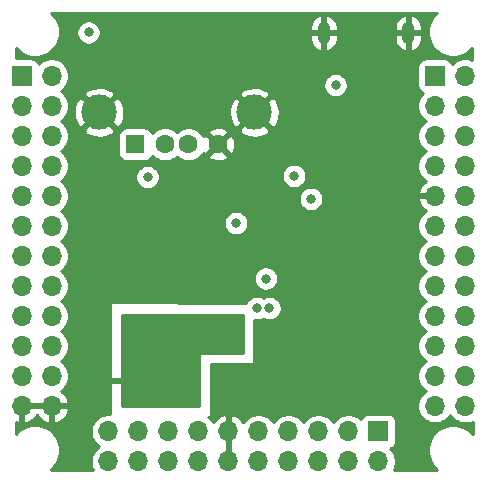
<source format=gbr>
G04 #@! TF.GenerationSoftware,KiCad,Pcbnew,5.1.6*
G04 #@! TF.CreationDate,2020-06-22T00:18:59+03:00*
G04 #@! TF.ProjectId,nanopicore_debug,6e616e6f-7069-4636-9f72-655f64656275,rev?*
G04 #@! TF.SameCoordinates,Original*
G04 #@! TF.FileFunction,Copper,L2,Inr*
G04 #@! TF.FilePolarity,Positive*
%FSLAX46Y46*%
G04 Gerber Fmt 4.6, Leading zero omitted, Abs format (unit mm)*
G04 Created by KiCad (PCBNEW 5.1.6) date 2020-06-22 00:18:59*
%MOMM*%
%LPD*%
G01*
G04 APERTURE LIST*
G04 #@! TA.AperFunction,ViaPad*
%ADD10C,1.600000*%
G04 #@! TD*
G04 #@! TA.AperFunction,ViaPad*
%ADD11R,1.600000X1.600000*%
G04 #@! TD*
G04 #@! TA.AperFunction,ViaPad*
%ADD12C,3.000000*%
G04 #@! TD*
G04 #@! TA.AperFunction,ViaPad*
%ADD13O,1.700000X1.700000*%
G04 #@! TD*
G04 #@! TA.AperFunction,ViaPad*
%ADD14R,1.700000X1.700000*%
G04 #@! TD*
G04 #@! TA.AperFunction,ViaPad*
%ADD15O,1.050000X1.900000*%
G04 #@! TD*
G04 #@! TA.AperFunction,ViaPad*
%ADD16C,0.800000*%
G04 #@! TD*
G04 #@! TA.AperFunction,Conductor*
%ADD17C,0.500000*%
G04 #@! TD*
G04 #@! TA.AperFunction,Conductor*
%ADD18C,0.254000*%
G04 #@! TD*
G04 APERTURE END LIST*
D10*
X86756000Y-54432200D03*
X84256000Y-54432200D03*
X82256000Y-54432200D03*
D11*
X79756000Y-54432200D03*
D12*
X76686000Y-51722200D03*
X89826000Y-51722200D03*
D13*
X72669400Y-76581000D03*
X70129400Y-76581000D03*
X72669400Y-74041000D03*
X70129400Y-74041000D03*
X72669400Y-71501000D03*
X70129400Y-71501000D03*
X72669400Y-68961000D03*
X70129400Y-68961000D03*
X72669400Y-66421000D03*
X70129400Y-66421000D03*
X72669400Y-63881000D03*
X70129400Y-63881000D03*
X72669400Y-61341000D03*
X70129400Y-61341000D03*
X72669400Y-58801000D03*
X70129400Y-58801000D03*
X72669400Y-56261000D03*
X70129400Y-56261000D03*
X72669400Y-53721000D03*
X70129400Y-53721000D03*
X72669400Y-51181000D03*
X70129400Y-51181000D03*
X72669400Y-48641000D03*
D14*
X70129400Y-48641000D03*
D13*
X77470000Y-81280000D03*
X77470000Y-78740000D03*
X80010000Y-81280000D03*
X80010000Y-78740000D03*
X82550000Y-81280000D03*
X82550000Y-78740000D03*
X85090000Y-81280000D03*
X85090000Y-78740000D03*
X87630000Y-81280000D03*
X87630000Y-78740000D03*
X90170000Y-81280000D03*
X90170000Y-78740000D03*
X92710000Y-81280000D03*
X92710000Y-78740000D03*
X95250000Y-81280000D03*
X95250000Y-78740000D03*
X97790000Y-81280000D03*
X97790000Y-78740000D03*
X100330000Y-81280000D03*
D14*
X100330000Y-78740000D03*
D13*
X107670600Y-76581000D03*
X105130600Y-76581000D03*
X107670600Y-74041000D03*
X105130600Y-74041000D03*
X107670600Y-71501000D03*
X105130600Y-71501000D03*
X107670600Y-68961000D03*
X105130600Y-68961000D03*
X107670600Y-66421000D03*
X105130600Y-66421000D03*
X107670600Y-63881000D03*
X105130600Y-63881000D03*
X107670600Y-61341000D03*
X105130600Y-61341000D03*
X107670600Y-58801000D03*
X105130600Y-58801000D03*
X107670600Y-56261000D03*
X105130600Y-56261000D03*
X107670600Y-53721000D03*
X105130600Y-53721000D03*
X107670600Y-51181000D03*
X105130600Y-51181000D03*
X107670600Y-48641000D03*
D14*
X105130600Y-48641000D03*
D15*
X102863600Y-45000400D03*
X95713600Y-45000400D03*
D16*
X100965000Y-49530000D03*
X93980000Y-44577000D03*
X99950000Y-74850000D03*
X96300000Y-68500000D03*
X86700000Y-77100000D03*
X79200000Y-74500000D03*
X76900000Y-74500000D03*
X86000000Y-70200000D03*
X80100000Y-75100000D03*
X79629000Y-50165000D03*
X88773000Y-45720000D03*
X98200000Y-76200000D03*
X99600000Y-76050000D03*
X88900000Y-77100000D03*
X91400000Y-77150000D03*
X100965000Y-56540400D03*
X102819200Y-54737000D03*
X101015800Y-57912000D03*
X102590600Y-52044600D03*
X94716600Y-65709800D03*
X92964000Y-62636400D03*
X92913200Y-55422800D03*
X96723200Y-58191400D03*
X86360000Y-60045600D03*
X85013800Y-58801000D03*
X99822000Y-64008000D03*
X101981000Y-65532000D03*
X75438000Y-65024000D03*
X77216000Y-65024000D03*
X76962000Y-69342000D03*
X75438000Y-70866000D03*
X82804000Y-46736000D03*
X83820000Y-46736000D03*
X95758000Y-67564000D03*
X96520000Y-66802000D03*
X80800000Y-57200000D03*
X88300000Y-61100000D03*
X75800000Y-44950000D03*
X90800000Y-65800000D03*
X96710600Y-49428400D03*
X91101400Y-68300000D03*
X94625000Y-59050000D03*
X90051400Y-68300000D03*
X93200000Y-57100000D03*
D17*
X79200000Y-74500000D02*
X76900000Y-74500000D01*
D18*
G36*
X88873000Y-72123000D02*
G01*
X85250000Y-72123000D01*
X85225224Y-72125440D01*
X85201399Y-72132667D01*
X85179443Y-72144403D01*
X85160197Y-72160197D01*
X85144403Y-72179443D01*
X85132667Y-72201399D01*
X85125440Y-72225224D01*
X85123000Y-72250000D01*
X85123000Y-76623000D01*
X78627000Y-76623000D01*
X78627000Y-68877000D01*
X88873000Y-68877000D01*
X88873000Y-72123000D01*
G37*
X88873000Y-72123000D02*
X85250000Y-72123000D01*
X85225224Y-72125440D01*
X85201399Y-72132667D01*
X85179443Y-72144403D01*
X85160197Y-72160197D01*
X85144403Y-72179443D01*
X85132667Y-72201399D01*
X85125440Y-72225224D01*
X85123000Y-72250000D01*
X85123000Y-76623000D01*
X78627000Y-76623000D01*
X78627000Y-68877000D01*
X88873000Y-68877000D01*
X88873000Y-72123000D01*
G36*
X105260666Y-43281788D02*
G01*
X104996237Y-43546217D01*
X104762588Y-43895898D01*
X104601647Y-44284444D01*
X104519600Y-44696921D01*
X104519600Y-45117479D01*
X104601647Y-45529956D01*
X104762588Y-45918502D01*
X104996237Y-46268183D01*
X105293617Y-46565563D01*
X105643298Y-46799212D01*
X106031844Y-46960153D01*
X106444321Y-47042200D01*
X106864879Y-47042200D01*
X107277356Y-46960153D01*
X107665902Y-46799212D01*
X108015583Y-46565563D01*
X108281582Y-46299564D01*
X108282291Y-47287019D01*
X108103758Y-47213068D01*
X107816860Y-47156000D01*
X107524340Y-47156000D01*
X107237442Y-47213068D01*
X106967189Y-47325010D01*
X106723968Y-47487525D01*
X106592113Y-47619380D01*
X106570102Y-47546820D01*
X106511137Y-47436506D01*
X106431785Y-47339815D01*
X106335094Y-47260463D01*
X106224780Y-47201498D01*
X106105082Y-47165188D01*
X105980600Y-47152928D01*
X104280600Y-47152928D01*
X104156118Y-47165188D01*
X104036420Y-47201498D01*
X103926106Y-47260463D01*
X103829415Y-47339815D01*
X103750063Y-47436506D01*
X103691098Y-47546820D01*
X103654788Y-47666518D01*
X103642528Y-47791000D01*
X103642528Y-49491000D01*
X103654788Y-49615482D01*
X103691098Y-49735180D01*
X103750063Y-49845494D01*
X103829415Y-49942185D01*
X103926106Y-50021537D01*
X104036420Y-50080502D01*
X104108980Y-50102513D01*
X103977125Y-50234368D01*
X103814610Y-50477589D01*
X103702668Y-50747842D01*
X103645600Y-51034740D01*
X103645600Y-51327260D01*
X103702668Y-51614158D01*
X103814610Y-51884411D01*
X103977125Y-52127632D01*
X104183968Y-52334475D01*
X104358360Y-52451000D01*
X104183968Y-52567525D01*
X103977125Y-52774368D01*
X103814610Y-53017589D01*
X103702668Y-53287842D01*
X103645600Y-53574740D01*
X103645600Y-53867260D01*
X103702668Y-54154158D01*
X103814610Y-54424411D01*
X103977125Y-54667632D01*
X104183968Y-54874475D01*
X104358360Y-54991000D01*
X104183968Y-55107525D01*
X103977125Y-55314368D01*
X103814610Y-55557589D01*
X103702668Y-55827842D01*
X103645600Y-56114740D01*
X103645600Y-56407260D01*
X103702668Y-56694158D01*
X103814610Y-56964411D01*
X103977125Y-57207632D01*
X104183968Y-57414475D01*
X104366134Y-57536195D01*
X104249245Y-57605822D01*
X104033012Y-57800731D01*
X103858959Y-58034080D01*
X103733775Y-58296901D01*
X103689124Y-58444110D01*
X103810445Y-58674000D01*
X105003600Y-58674000D01*
X105003600Y-58654000D01*
X105257600Y-58654000D01*
X105257600Y-58674000D01*
X105277600Y-58674000D01*
X105277600Y-58928000D01*
X105257600Y-58928000D01*
X105257600Y-58948000D01*
X105003600Y-58948000D01*
X105003600Y-58928000D01*
X103810445Y-58928000D01*
X103689124Y-59157890D01*
X103733775Y-59305099D01*
X103858959Y-59567920D01*
X104033012Y-59801269D01*
X104249245Y-59996178D01*
X104366134Y-60065805D01*
X104183968Y-60187525D01*
X103977125Y-60394368D01*
X103814610Y-60637589D01*
X103702668Y-60907842D01*
X103645600Y-61194740D01*
X103645600Y-61487260D01*
X103702668Y-61774158D01*
X103814610Y-62044411D01*
X103977125Y-62287632D01*
X104183968Y-62494475D01*
X104358360Y-62611000D01*
X104183968Y-62727525D01*
X103977125Y-62934368D01*
X103814610Y-63177589D01*
X103702668Y-63447842D01*
X103645600Y-63734740D01*
X103645600Y-64027260D01*
X103702668Y-64314158D01*
X103814610Y-64584411D01*
X103977125Y-64827632D01*
X104183968Y-65034475D01*
X104358360Y-65151000D01*
X104183968Y-65267525D01*
X103977125Y-65474368D01*
X103814610Y-65717589D01*
X103702668Y-65987842D01*
X103645600Y-66274740D01*
X103645600Y-66567260D01*
X103702668Y-66854158D01*
X103814610Y-67124411D01*
X103977125Y-67367632D01*
X104183968Y-67574475D01*
X104358360Y-67691000D01*
X104183968Y-67807525D01*
X103977125Y-68014368D01*
X103814610Y-68257589D01*
X103702668Y-68527842D01*
X103645600Y-68814740D01*
X103645600Y-69107260D01*
X103702668Y-69394158D01*
X103814610Y-69664411D01*
X103977125Y-69907632D01*
X104183968Y-70114475D01*
X104358360Y-70231000D01*
X104183968Y-70347525D01*
X103977125Y-70554368D01*
X103814610Y-70797589D01*
X103702668Y-71067842D01*
X103645600Y-71354740D01*
X103645600Y-71647260D01*
X103702668Y-71934158D01*
X103814610Y-72204411D01*
X103977125Y-72447632D01*
X104183968Y-72654475D01*
X104358360Y-72771000D01*
X104183968Y-72887525D01*
X103977125Y-73094368D01*
X103814610Y-73337589D01*
X103702668Y-73607842D01*
X103645600Y-73894740D01*
X103645600Y-74187260D01*
X103702668Y-74474158D01*
X103814610Y-74744411D01*
X103977125Y-74987632D01*
X104183968Y-75194475D01*
X104358360Y-75311000D01*
X104183968Y-75427525D01*
X103977125Y-75634368D01*
X103814610Y-75877589D01*
X103702668Y-76147842D01*
X103645600Y-76434740D01*
X103645600Y-76727260D01*
X103702668Y-77014158D01*
X103814610Y-77284411D01*
X103977125Y-77527632D01*
X104183968Y-77734475D01*
X104427189Y-77896990D01*
X104697442Y-78008932D01*
X104984340Y-78066000D01*
X105276860Y-78066000D01*
X105563758Y-78008932D01*
X105834011Y-77896990D01*
X106077232Y-77734475D01*
X106284075Y-77527632D01*
X106400600Y-77353240D01*
X106517125Y-77527632D01*
X106723968Y-77734475D01*
X106967189Y-77896990D01*
X107237442Y-78008932D01*
X107524340Y-78066000D01*
X107816860Y-78066000D01*
X108103758Y-78008932D01*
X108304302Y-77925864D01*
X108305035Y-78945889D01*
X108015583Y-78656437D01*
X107665902Y-78422788D01*
X107277356Y-78261847D01*
X106864879Y-78179800D01*
X106444321Y-78179800D01*
X106031844Y-78261847D01*
X105643298Y-78422788D01*
X105293617Y-78656437D01*
X104996237Y-78953817D01*
X104762588Y-79303498D01*
X104601647Y-79692044D01*
X104519600Y-80104521D01*
X104519600Y-80525079D01*
X104601647Y-80937556D01*
X104762588Y-81326102D01*
X104996237Y-81675783D01*
X105286654Y-81966200D01*
X101653119Y-81966200D01*
X101757932Y-81713158D01*
X101815000Y-81426260D01*
X101815000Y-81133740D01*
X101757932Y-80846842D01*
X101645990Y-80576589D01*
X101483475Y-80333368D01*
X101351620Y-80201513D01*
X101424180Y-80179502D01*
X101534494Y-80120537D01*
X101631185Y-80041185D01*
X101710537Y-79944494D01*
X101769502Y-79834180D01*
X101805812Y-79714482D01*
X101818072Y-79590000D01*
X101818072Y-77890000D01*
X101805812Y-77765518D01*
X101769502Y-77645820D01*
X101710537Y-77535506D01*
X101631185Y-77438815D01*
X101534494Y-77359463D01*
X101424180Y-77300498D01*
X101304482Y-77264188D01*
X101180000Y-77251928D01*
X99480000Y-77251928D01*
X99355518Y-77264188D01*
X99235820Y-77300498D01*
X99125506Y-77359463D01*
X99028815Y-77438815D01*
X98949463Y-77535506D01*
X98890498Y-77645820D01*
X98868487Y-77718380D01*
X98736632Y-77586525D01*
X98493411Y-77424010D01*
X98223158Y-77312068D01*
X97936260Y-77255000D01*
X97643740Y-77255000D01*
X97356842Y-77312068D01*
X97086589Y-77424010D01*
X96843368Y-77586525D01*
X96636525Y-77793368D01*
X96520000Y-77967760D01*
X96403475Y-77793368D01*
X96196632Y-77586525D01*
X95953411Y-77424010D01*
X95683158Y-77312068D01*
X95396260Y-77255000D01*
X95103740Y-77255000D01*
X94816842Y-77312068D01*
X94546589Y-77424010D01*
X94303368Y-77586525D01*
X94096525Y-77793368D01*
X93980000Y-77967760D01*
X93863475Y-77793368D01*
X93656632Y-77586525D01*
X93413411Y-77424010D01*
X93143158Y-77312068D01*
X92856260Y-77255000D01*
X92563740Y-77255000D01*
X92276842Y-77312068D01*
X92006589Y-77424010D01*
X91763368Y-77586525D01*
X91556525Y-77793368D01*
X91440000Y-77967760D01*
X91323475Y-77793368D01*
X91116632Y-77586525D01*
X90873411Y-77424010D01*
X90603158Y-77312068D01*
X90316260Y-77255000D01*
X90023740Y-77255000D01*
X89736842Y-77312068D01*
X89466589Y-77424010D01*
X89223368Y-77586525D01*
X89016525Y-77793368D01*
X88894805Y-77975534D01*
X88825178Y-77858645D01*
X88630269Y-77642412D01*
X88396920Y-77468359D01*
X88134099Y-77343175D01*
X87986890Y-77298524D01*
X87757000Y-77419845D01*
X87757000Y-78613000D01*
X87777000Y-78613000D01*
X87777000Y-78867000D01*
X87757000Y-78867000D01*
X87757000Y-81153000D01*
X87777000Y-81153000D01*
X87777000Y-81407000D01*
X87757000Y-81407000D01*
X87757000Y-81427000D01*
X87503000Y-81427000D01*
X87503000Y-81407000D01*
X87483000Y-81407000D01*
X87483000Y-81153000D01*
X87503000Y-81153000D01*
X87503000Y-78867000D01*
X87483000Y-78867000D01*
X87483000Y-78613000D01*
X87503000Y-78613000D01*
X87503000Y-77419845D01*
X87273110Y-77298524D01*
X87125901Y-77343175D01*
X86863080Y-77468359D01*
X86629731Y-77642412D01*
X86434822Y-77858645D01*
X86365195Y-77975534D01*
X86243475Y-77793368D01*
X86036632Y-77586525D01*
X85947547Y-77527000D01*
X86000000Y-77527000D01*
X86024776Y-77524560D01*
X86048601Y-77517333D01*
X86070557Y-77505597D01*
X86089803Y-77489803D01*
X86105597Y-77470557D01*
X86117333Y-77448601D01*
X86124560Y-77424776D01*
X86127000Y-77400000D01*
X86127000Y-73027000D01*
X89662000Y-73027000D01*
X89686776Y-73024560D01*
X89710601Y-73017333D01*
X89732557Y-73005597D01*
X89751803Y-72989803D01*
X89767597Y-72970557D01*
X89779333Y-72948601D01*
X89786560Y-72924776D01*
X89789000Y-72900000D01*
X89789000Y-69303083D01*
X89949461Y-69335000D01*
X90153339Y-69335000D01*
X90353298Y-69295226D01*
X90541656Y-69217205D01*
X90576400Y-69193990D01*
X90611144Y-69217205D01*
X90799502Y-69295226D01*
X90999461Y-69335000D01*
X91203339Y-69335000D01*
X91403298Y-69295226D01*
X91591656Y-69217205D01*
X91761174Y-69103937D01*
X91905337Y-68959774D01*
X92018605Y-68790256D01*
X92096626Y-68601898D01*
X92136400Y-68401939D01*
X92136400Y-68198061D01*
X92096626Y-67998102D01*
X92018605Y-67809744D01*
X91905337Y-67640226D01*
X91761174Y-67496063D01*
X91591656Y-67382795D01*
X91403298Y-67304774D01*
X91203339Y-67265000D01*
X90999461Y-67265000D01*
X90799502Y-67304774D01*
X90611144Y-67382795D01*
X90576400Y-67406010D01*
X90541656Y-67382795D01*
X90353298Y-67304774D01*
X90153339Y-67265000D01*
X89949461Y-67265000D01*
X89749502Y-67304774D01*
X89561144Y-67382795D01*
X89391626Y-67496063D01*
X89247463Y-67640226D01*
X89134195Y-67809744D01*
X89109068Y-67870404D01*
X77724596Y-67817001D01*
X77699808Y-67819325D01*
X77675950Y-67826441D01*
X77653939Y-67838074D01*
X77634620Y-67853777D01*
X77618735Y-67872948D01*
X77606897Y-67894849D01*
X77599558Y-67918640D01*
X77597000Y-67944000D01*
X77597000Y-77255000D01*
X77323740Y-77255000D01*
X77036842Y-77312068D01*
X76766589Y-77424010D01*
X76523368Y-77586525D01*
X76316525Y-77793368D01*
X76154010Y-78036589D01*
X76042068Y-78306842D01*
X75985000Y-78593740D01*
X75985000Y-78886260D01*
X76042068Y-79173158D01*
X76154010Y-79443411D01*
X76316525Y-79686632D01*
X76523368Y-79893475D01*
X76697760Y-80010000D01*
X76523368Y-80126525D01*
X76316525Y-80333368D01*
X76154010Y-80576589D01*
X76042068Y-80846842D01*
X75985000Y-81133740D01*
X75985000Y-81426260D01*
X76042068Y-81713158D01*
X76146881Y-81966200D01*
X72614946Y-81966200D01*
X72905363Y-81675783D01*
X73139012Y-81326102D01*
X73299953Y-80937556D01*
X73382000Y-80525079D01*
X73382000Y-80104521D01*
X73299953Y-79692044D01*
X73139012Y-79303498D01*
X72905363Y-78953817D01*
X72607983Y-78656437D01*
X72258302Y-78422788D01*
X71869756Y-78261847D01*
X71457279Y-78179800D01*
X71036721Y-78179800D01*
X70624244Y-78261847D01*
X70235698Y-78422788D01*
X69886017Y-78656437D01*
X69621000Y-78921454D01*
X69621000Y-77968736D01*
X69772509Y-78022481D01*
X70002400Y-77901814D01*
X70002400Y-76708000D01*
X70256400Y-76708000D01*
X70256400Y-77901814D01*
X70486291Y-78022481D01*
X70760652Y-77925157D01*
X71010755Y-77776178D01*
X71226988Y-77581269D01*
X71399400Y-77350120D01*
X71571812Y-77581269D01*
X71788045Y-77776178D01*
X72038148Y-77925157D01*
X72312509Y-78022481D01*
X72542400Y-77901814D01*
X72542400Y-76708000D01*
X72796400Y-76708000D01*
X72796400Y-77901814D01*
X73026291Y-78022481D01*
X73300652Y-77925157D01*
X73550755Y-77776178D01*
X73766988Y-77581269D01*
X73941041Y-77347920D01*
X74066225Y-77085099D01*
X74110876Y-76937890D01*
X73989555Y-76708000D01*
X72796400Y-76708000D01*
X72542400Y-76708000D01*
X70256400Y-76708000D01*
X70002400Y-76708000D01*
X69982400Y-76708000D01*
X69982400Y-76454000D01*
X70002400Y-76454000D01*
X70002400Y-76434000D01*
X70256400Y-76434000D01*
X70256400Y-76454000D01*
X72542400Y-76454000D01*
X72542400Y-76434000D01*
X72796400Y-76434000D01*
X72796400Y-76454000D01*
X73989555Y-76454000D01*
X74110876Y-76224110D01*
X74066225Y-76076901D01*
X73941041Y-75814080D01*
X73766988Y-75580731D01*
X73550755Y-75385822D01*
X73433866Y-75316195D01*
X73616032Y-75194475D01*
X73822875Y-74987632D01*
X73985390Y-74744411D01*
X74097332Y-74474158D01*
X74154400Y-74187260D01*
X74154400Y-73894740D01*
X74097332Y-73607842D01*
X73985390Y-73337589D01*
X73822875Y-73094368D01*
X73616032Y-72887525D01*
X73441640Y-72771000D01*
X73616032Y-72654475D01*
X73822875Y-72447632D01*
X73985390Y-72204411D01*
X74097332Y-71934158D01*
X74154400Y-71647260D01*
X74154400Y-71354740D01*
X74097332Y-71067842D01*
X73985390Y-70797589D01*
X73822875Y-70554368D01*
X73616032Y-70347525D01*
X73441640Y-70231000D01*
X73616032Y-70114475D01*
X73822875Y-69907632D01*
X73985390Y-69664411D01*
X74097332Y-69394158D01*
X74154400Y-69107260D01*
X74154400Y-68814740D01*
X74097332Y-68527842D01*
X73985390Y-68257589D01*
X73822875Y-68014368D01*
X73616032Y-67807525D01*
X73441640Y-67691000D01*
X73616032Y-67574475D01*
X73822875Y-67367632D01*
X73985390Y-67124411D01*
X74097332Y-66854158D01*
X74154400Y-66567260D01*
X74154400Y-66274740D01*
X74097332Y-65987842D01*
X73985390Y-65717589D01*
X73972342Y-65698061D01*
X89765000Y-65698061D01*
X89765000Y-65901939D01*
X89804774Y-66101898D01*
X89882795Y-66290256D01*
X89996063Y-66459774D01*
X90140226Y-66603937D01*
X90309744Y-66717205D01*
X90498102Y-66795226D01*
X90698061Y-66835000D01*
X90901939Y-66835000D01*
X91101898Y-66795226D01*
X91290256Y-66717205D01*
X91459774Y-66603937D01*
X91603937Y-66459774D01*
X91717205Y-66290256D01*
X91795226Y-66101898D01*
X91835000Y-65901939D01*
X91835000Y-65698061D01*
X91795226Y-65498102D01*
X91717205Y-65309744D01*
X91603937Y-65140226D01*
X91459774Y-64996063D01*
X91290256Y-64882795D01*
X91101898Y-64804774D01*
X90901939Y-64765000D01*
X90698061Y-64765000D01*
X90498102Y-64804774D01*
X90309744Y-64882795D01*
X90140226Y-64996063D01*
X89996063Y-65140226D01*
X89882795Y-65309744D01*
X89804774Y-65498102D01*
X89765000Y-65698061D01*
X73972342Y-65698061D01*
X73822875Y-65474368D01*
X73616032Y-65267525D01*
X73441640Y-65151000D01*
X73616032Y-65034475D01*
X73822875Y-64827632D01*
X73985390Y-64584411D01*
X74097332Y-64314158D01*
X74154400Y-64027260D01*
X74154400Y-63734740D01*
X74097332Y-63447842D01*
X73985390Y-63177589D01*
X73822875Y-62934368D01*
X73616032Y-62727525D01*
X73441640Y-62611000D01*
X73616032Y-62494475D01*
X73822875Y-62287632D01*
X73985390Y-62044411D01*
X74097332Y-61774158D01*
X74154400Y-61487260D01*
X74154400Y-61194740D01*
X74115278Y-60998061D01*
X87265000Y-60998061D01*
X87265000Y-61201939D01*
X87304774Y-61401898D01*
X87382795Y-61590256D01*
X87496063Y-61759774D01*
X87640226Y-61903937D01*
X87809744Y-62017205D01*
X87998102Y-62095226D01*
X88198061Y-62135000D01*
X88401939Y-62135000D01*
X88601898Y-62095226D01*
X88790256Y-62017205D01*
X88959774Y-61903937D01*
X89103937Y-61759774D01*
X89217205Y-61590256D01*
X89295226Y-61401898D01*
X89335000Y-61201939D01*
X89335000Y-60998061D01*
X89295226Y-60798102D01*
X89217205Y-60609744D01*
X89103937Y-60440226D01*
X88959774Y-60296063D01*
X88790256Y-60182795D01*
X88601898Y-60104774D01*
X88401939Y-60065000D01*
X88198061Y-60065000D01*
X87998102Y-60104774D01*
X87809744Y-60182795D01*
X87640226Y-60296063D01*
X87496063Y-60440226D01*
X87382795Y-60609744D01*
X87304774Y-60798102D01*
X87265000Y-60998061D01*
X74115278Y-60998061D01*
X74097332Y-60907842D01*
X73985390Y-60637589D01*
X73822875Y-60394368D01*
X73616032Y-60187525D01*
X73441640Y-60071000D01*
X73616032Y-59954475D01*
X73822875Y-59747632D01*
X73985390Y-59504411D01*
X74097332Y-59234158D01*
X74154240Y-58948061D01*
X93590000Y-58948061D01*
X93590000Y-59151939D01*
X93629774Y-59351898D01*
X93707795Y-59540256D01*
X93821063Y-59709774D01*
X93965226Y-59853937D01*
X94134744Y-59967205D01*
X94323102Y-60045226D01*
X94523061Y-60085000D01*
X94726939Y-60085000D01*
X94926898Y-60045226D01*
X95115256Y-59967205D01*
X95284774Y-59853937D01*
X95428937Y-59709774D01*
X95542205Y-59540256D01*
X95620226Y-59351898D01*
X95660000Y-59151939D01*
X95660000Y-58948061D01*
X95620226Y-58748102D01*
X95542205Y-58559744D01*
X95428937Y-58390226D01*
X95284774Y-58246063D01*
X95115256Y-58132795D01*
X94926898Y-58054774D01*
X94726939Y-58015000D01*
X94523061Y-58015000D01*
X94323102Y-58054774D01*
X94134744Y-58132795D01*
X93965226Y-58246063D01*
X93821063Y-58390226D01*
X93707795Y-58559744D01*
X93629774Y-58748102D01*
X93590000Y-58948061D01*
X74154240Y-58948061D01*
X74154400Y-58947260D01*
X74154400Y-58654740D01*
X74097332Y-58367842D01*
X73985390Y-58097589D01*
X73822875Y-57854368D01*
X73616032Y-57647525D01*
X73441640Y-57531000D01*
X73616032Y-57414475D01*
X73822875Y-57207632D01*
X73896087Y-57098061D01*
X79765000Y-57098061D01*
X79765000Y-57301939D01*
X79804774Y-57501898D01*
X79882795Y-57690256D01*
X79996063Y-57859774D01*
X80140226Y-58003937D01*
X80309744Y-58117205D01*
X80498102Y-58195226D01*
X80698061Y-58235000D01*
X80901939Y-58235000D01*
X81101898Y-58195226D01*
X81290256Y-58117205D01*
X81459774Y-58003937D01*
X81603937Y-57859774D01*
X81717205Y-57690256D01*
X81795226Y-57501898D01*
X81835000Y-57301939D01*
X81835000Y-57098061D01*
X81815109Y-56998061D01*
X92165000Y-56998061D01*
X92165000Y-57201939D01*
X92204774Y-57401898D01*
X92282795Y-57590256D01*
X92396063Y-57759774D01*
X92540226Y-57903937D01*
X92709744Y-58017205D01*
X92898102Y-58095226D01*
X93098061Y-58135000D01*
X93301939Y-58135000D01*
X93501898Y-58095226D01*
X93690256Y-58017205D01*
X93859774Y-57903937D01*
X94003937Y-57759774D01*
X94117205Y-57590256D01*
X94195226Y-57401898D01*
X94235000Y-57201939D01*
X94235000Y-56998061D01*
X94195226Y-56798102D01*
X94117205Y-56609744D01*
X94003937Y-56440226D01*
X93859774Y-56296063D01*
X93690256Y-56182795D01*
X93501898Y-56104774D01*
X93301939Y-56065000D01*
X93098061Y-56065000D01*
X92898102Y-56104774D01*
X92709744Y-56182795D01*
X92540226Y-56296063D01*
X92396063Y-56440226D01*
X92282795Y-56609744D01*
X92204774Y-56798102D01*
X92165000Y-56998061D01*
X81815109Y-56998061D01*
X81795226Y-56898102D01*
X81717205Y-56709744D01*
X81603937Y-56540226D01*
X81459774Y-56396063D01*
X81290256Y-56282795D01*
X81101898Y-56204774D01*
X80901939Y-56165000D01*
X80698061Y-56165000D01*
X80498102Y-56204774D01*
X80309744Y-56282795D01*
X80140226Y-56396063D01*
X79996063Y-56540226D01*
X79882795Y-56709744D01*
X79804774Y-56898102D01*
X79765000Y-57098061D01*
X73896087Y-57098061D01*
X73985390Y-56964411D01*
X74097332Y-56694158D01*
X74154400Y-56407260D01*
X74154400Y-56114740D01*
X74097332Y-55827842D01*
X73985390Y-55557589D01*
X73822875Y-55314368D01*
X73616032Y-55107525D01*
X73441640Y-54991000D01*
X73616032Y-54874475D01*
X73822875Y-54667632D01*
X73985390Y-54424411D01*
X74097332Y-54154158D01*
X74154400Y-53867260D01*
X74154400Y-53574740D01*
X74097332Y-53287842D01*
X74066685Y-53213853D01*
X75373952Y-53213853D01*
X75529962Y-53529414D01*
X75904745Y-53720220D01*
X76309551Y-53834244D01*
X76728824Y-53867102D01*
X77146451Y-53817534D01*
X77546383Y-53687443D01*
X77649736Y-53632200D01*
X78317928Y-53632200D01*
X78317928Y-55232200D01*
X78330188Y-55356682D01*
X78366498Y-55476380D01*
X78425463Y-55586694D01*
X78504815Y-55683385D01*
X78601506Y-55762737D01*
X78711820Y-55821702D01*
X78831518Y-55858012D01*
X78956000Y-55870272D01*
X80556000Y-55870272D01*
X80680482Y-55858012D01*
X80800180Y-55821702D01*
X80910494Y-55762737D01*
X81007185Y-55683385D01*
X81086537Y-55586694D01*
X81145502Y-55476380D01*
X81174661Y-55380257D01*
X81341241Y-55546837D01*
X81576273Y-55703880D01*
X81837426Y-55812053D01*
X82114665Y-55867200D01*
X82397335Y-55867200D01*
X82674574Y-55812053D01*
X82935727Y-55703880D01*
X83170759Y-55546837D01*
X83256000Y-55461596D01*
X83341241Y-55546837D01*
X83576273Y-55703880D01*
X83837426Y-55812053D01*
X84114665Y-55867200D01*
X84397335Y-55867200D01*
X84674574Y-55812053D01*
X84935727Y-55703880D01*
X85170759Y-55546837D01*
X85292694Y-55424902D01*
X85942903Y-55424902D01*
X86014486Y-55668871D01*
X86269996Y-55789771D01*
X86544184Y-55858500D01*
X86826512Y-55872417D01*
X87106130Y-55830987D01*
X87372292Y-55735803D01*
X87497514Y-55668871D01*
X87569097Y-55424902D01*
X86756000Y-54611805D01*
X85942903Y-55424902D01*
X85292694Y-55424902D01*
X85370637Y-55346959D01*
X85504692Y-55146331D01*
X85519329Y-55173714D01*
X85763298Y-55245297D01*
X86576395Y-54432200D01*
X86935605Y-54432200D01*
X87748702Y-55245297D01*
X87992671Y-55173714D01*
X88113571Y-54918204D01*
X88182300Y-54644016D01*
X88196217Y-54361688D01*
X88154787Y-54082070D01*
X88059603Y-53815908D01*
X87992671Y-53690686D01*
X87748702Y-53619103D01*
X86935605Y-54432200D01*
X86576395Y-54432200D01*
X85763298Y-53619103D01*
X85519329Y-53690686D01*
X85505676Y-53719541D01*
X85370637Y-53517441D01*
X85292694Y-53439498D01*
X85942903Y-53439498D01*
X86756000Y-54252595D01*
X87569097Y-53439498D01*
X87502891Y-53213853D01*
X88513952Y-53213853D01*
X88669962Y-53529414D01*
X89044745Y-53720220D01*
X89449551Y-53834244D01*
X89868824Y-53867102D01*
X90286451Y-53817534D01*
X90686383Y-53687443D01*
X90982038Y-53529414D01*
X91138048Y-53213853D01*
X89826000Y-51901805D01*
X88513952Y-53213853D01*
X87502891Y-53213853D01*
X87497514Y-53195529D01*
X87242004Y-53074629D01*
X86967816Y-53005900D01*
X86685488Y-52991983D01*
X86405870Y-53033413D01*
X86139708Y-53128597D01*
X86014486Y-53195529D01*
X85942903Y-53439498D01*
X85292694Y-53439498D01*
X85170759Y-53317563D01*
X84935727Y-53160520D01*
X84674574Y-53052347D01*
X84397335Y-52997200D01*
X84114665Y-52997200D01*
X83837426Y-53052347D01*
X83576273Y-53160520D01*
X83341241Y-53317563D01*
X83256000Y-53402804D01*
X83170759Y-53317563D01*
X82935727Y-53160520D01*
X82674574Y-53052347D01*
X82397335Y-52997200D01*
X82114665Y-52997200D01*
X81837426Y-53052347D01*
X81576273Y-53160520D01*
X81341241Y-53317563D01*
X81174661Y-53484143D01*
X81145502Y-53388020D01*
X81086537Y-53277706D01*
X81007185Y-53181015D01*
X80910494Y-53101663D01*
X80800180Y-53042698D01*
X80680482Y-53006388D01*
X80556000Y-52994128D01*
X78956000Y-52994128D01*
X78831518Y-53006388D01*
X78711820Y-53042698D01*
X78601506Y-53101663D01*
X78504815Y-53181015D01*
X78425463Y-53277706D01*
X78366498Y-53388020D01*
X78330188Y-53507718D01*
X78317928Y-53632200D01*
X77649736Y-53632200D01*
X77842038Y-53529414D01*
X77998048Y-53213853D01*
X76686000Y-51901805D01*
X75373952Y-53213853D01*
X74066685Y-53213853D01*
X73985390Y-53017589D01*
X73822875Y-52774368D01*
X73616032Y-52567525D01*
X73441640Y-52451000D01*
X73616032Y-52334475D01*
X73822875Y-52127632D01*
X73985390Y-51884411D01*
X74034841Y-51765024D01*
X74541098Y-51765024D01*
X74590666Y-52182651D01*
X74720757Y-52582583D01*
X74878786Y-52878238D01*
X75194347Y-53034248D01*
X76506395Y-51722200D01*
X76865605Y-51722200D01*
X78177653Y-53034248D01*
X78493214Y-52878238D01*
X78684020Y-52503455D01*
X78798044Y-52098649D01*
X78824189Y-51765024D01*
X87681098Y-51765024D01*
X87730666Y-52182651D01*
X87860757Y-52582583D01*
X88018786Y-52878238D01*
X88334347Y-53034248D01*
X89646395Y-51722200D01*
X90005605Y-51722200D01*
X91317653Y-53034248D01*
X91633214Y-52878238D01*
X91824020Y-52503455D01*
X91938044Y-52098649D01*
X91970902Y-51679376D01*
X91921334Y-51261749D01*
X91791243Y-50861817D01*
X91633214Y-50566162D01*
X91317653Y-50410152D01*
X90005605Y-51722200D01*
X89646395Y-51722200D01*
X88334347Y-50410152D01*
X88018786Y-50566162D01*
X87827980Y-50940945D01*
X87713956Y-51345751D01*
X87681098Y-51765024D01*
X78824189Y-51765024D01*
X78830902Y-51679376D01*
X78781334Y-51261749D01*
X78651243Y-50861817D01*
X78493214Y-50566162D01*
X78177653Y-50410152D01*
X76865605Y-51722200D01*
X76506395Y-51722200D01*
X75194347Y-50410152D01*
X74878786Y-50566162D01*
X74687980Y-50940945D01*
X74573956Y-51345751D01*
X74541098Y-51765024D01*
X74034841Y-51765024D01*
X74097332Y-51614158D01*
X74154400Y-51327260D01*
X74154400Y-51034740D01*
X74097332Y-50747842D01*
X73985390Y-50477589D01*
X73822875Y-50234368D01*
X73819054Y-50230547D01*
X75373952Y-50230547D01*
X76686000Y-51542595D01*
X77998048Y-50230547D01*
X88513952Y-50230547D01*
X89826000Y-51542595D01*
X91138048Y-50230547D01*
X90982038Y-49914986D01*
X90607255Y-49724180D01*
X90202449Y-49610156D01*
X89783176Y-49577298D01*
X89365549Y-49626866D01*
X88965617Y-49756957D01*
X88669962Y-49914986D01*
X88513952Y-50230547D01*
X77998048Y-50230547D01*
X77842038Y-49914986D01*
X77467255Y-49724180D01*
X77062449Y-49610156D01*
X76643176Y-49577298D01*
X76225549Y-49626866D01*
X75825617Y-49756957D01*
X75529962Y-49914986D01*
X75373952Y-50230547D01*
X73819054Y-50230547D01*
X73616032Y-50027525D01*
X73441640Y-49911000D01*
X73616032Y-49794475D01*
X73822875Y-49587632D01*
X73985390Y-49344411D01*
X73992825Y-49326461D01*
X95675600Y-49326461D01*
X95675600Y-49530339D01*
X95715374Y-49730298D01*
X95793395Y-49918656D01*
X95906663Y-50088174D01*
X96050826Y-50232337D01*
X96220344Y-50345605D01*
X96408702Y-50423626D01*
X96608661Y-50463400D01*
X96812539Y-50463400D01*
X97012498Y-50423626D01*
X97200856Y-50345605D01*
X97370374Y-50232337D01*
X97514537Y-50088174D01*
X97627805Y-49918656D01*
X97705826Y-49730298D01*
X97745600Y-49530339D01*
X97745600Y-49326461D01*
X97705826Y-49126502D01*
X97627805Y-48938144D01*
X97514537Y-48768626D01*
X97370374Y-48624463D01*
X97200856Y-48511195D01*
X97012498Y-48433174D01*
X96812539Y-48393400D01*
X96608661Y-48393400D01*
X96408702Y-48433174D01*
X96220344Y-48511195D01*
X96050826Y-48624463D01*
X95906663Y-48768626D01*
X95793395Y-48938144D01*
X95715374Y-49126502D01*
X95675600Y-49326461D01*
X73992825Y-49326461D01*
X74097332Y-49074158D01*
X74154400Y-48787260D01*
X74154400Y-48494740D01*
X74097332Y-48207842D01*
X73985390Y-47937589D01*
X73822875Y-47694368D01*
X73616032Y-47487525D01*
X73372811Y-47325010D01*
X73102558Y-47213068D01*
X72815660Y-47156000D01*
X72523140Y-47156000D01*
X72236242Y-47213068D01*
X71965989Y-47325010D01*
X71722768Y-47487525D01*
X71590913Y-47619380D01*
X71568902Y-47546820D01*
X71509937Y-47436506D01*
X71430585Y-47339815D01*
X71333894Y-47260463D01*
X71223580Y-47201498D01*
X71103882Y-47165188D01*
X70979400Y-47152928D01*
X69621000Y-47152928D01*
X69621000Y-46300546D01*
X69886017Y-46565563D01*
X70235698Y-46799212D01*
X70624244Y-46960153D01*
X71036721Y-47042200D01*
X71457279Y-47042200D01*
X71869756Y-46960153D01*
X72258302Y-46799212D01*
X72607983Y-46565563D01*
X72905363Y-46268183D01*
X73139012Y-45918502D01*
X73299953Y-45529956D01*
X73382000Y-45117479D01*
X73382000Y-44848061D01*
X74765000Y-44848061D01*
X74765000Y-45051939D01*
X74804774Y-45251898D01*
X74882795Y-45440256D01*
X74996063Y-45609774D01*
X75140226Y-45753937D01*
X75309744Y-45867205D01*
X75498102Y-45945226D01*
X75698061Y-45985000D01*
X75901939Y-45985000D01*
X76101898Y-45945226D01*
X76290256Y-45867205D01*
X76459774Y-45753937D01*
X76603937Y-45609774D01*
X76717205Y-45440256D01*
X76795226Y-45251898D01*
X76819989Y-45127400D01*
X94553600Y-45127400D01*
X94553600Y-45552400D01*
X94600666Y-45776265D01*
X94690501Y-45986646D01*
X94819653Y-46175459D01*
X94983159Y-46335447D01*
X95174736Y-46460463D01*
X95407790Y-46544364D01*
X95586600Y-46418563D01*
X95586600Y-45127400D01*
X95840600Y-45127400D01*
X95840600Y-46418563D01*
X96019410Y-46544364D01*
X96252464Y-46460463D01*
X96444041Y-46335447D01*
X96607547Y-46175459D01*
X96736699Y-45986646D01*
X96826534Y-45776265D01*
X96873600Y-45552400D01*
X96873600Y-45127400D01*
X101703600Y-45127400D01*
X101703600Y-45552400D01*
X101750666Y-45776265D01*
X101840501Y-45986646D01*
X101969653Y-46175459D01*
X102133159Y-46335447D01*
X102324736Y-46460463D01*
X102557790Y-46544364D01*
X102736600Y-46418563D01*
X102736600Y-45127400D01*
X102990600Y-45127400D01*
X102990600Y-46418563D01*
X103169410Y-46544364D01*
X103402464Y-46460463D01*
X103594041Y-46335447D01*
X103757547Y-46175459D01*
X103886699Y-45986646D01*
X103976534Y-45776265D01*
X104023600Y-45552400D01*
X104023600Y-45127400D01*
X102990600Y-45127400D01*
X102736600Y-45127400D01*
X101703600Y-45127400D01*
X96873600Y-45127400D01*
X95840600Y-45127400D01*
X95586600Y-45127400D01*
X94553600Y-45127400D01*
X76819989Y-45127400D01*
X76835000Y-45051939D01*
X76835000Y-44848061D01*
X76795226Y-44648102D01*
X76717205Y-44459744D01*
X76709626Y-44448400D01*
X94553600Y-44448400D01*
X94553600Y-44873400D01*
X95586600Y-44873400D01*
X95586600Y-43582237D01*
X95840600Y-43582237D01*
X95840600Y-44873400D01*
X96873600Y-44873400D01*
X96873600Y-44448400D01*
X101703600Y-44448400D01*
X101703600Y-44873400D01*
X102736600Y-44873400D01*
X102736600Y-43582237D01*
X102990600Y-43582237D01*
X102990600Y-44873400D01*
X104023600Y-44873400D01*
X104023600Y-44448400D01*
X103976534Y-44224535D01*
X103886699Y-44014154D01*
X103757547Y-43825341D01*
X103594041Y-43665353D01*
X103402464Y-43540337D01*
X103169410Y-43456436D01*
X102990600Y-43582237D01*
X102736600Y-43582237D01*
X102557790Y-43456436D01*
X102324736Y-43540337D01*
X102133159Y-43665353D01*
X101969653Y-43825341D01*
X101840501Y-44014154D01*
X101750666Y-44224535D01*
X101703600Y-44448400D01*
X96873600Y-44448400D01*
X96826534Y-44224535D01*
X96736699Y-44014154D01*
X96607547Y-43825341D01*
X96444041Y-43665353D01*
X96252464Y-43540337D01*
X96019410Y-43456436D01*
X95840600Y-43582237D01*
X95586600Y-43582237D01*
X95407790Y-43456436D01*
X95174736Y-43540337D01*
X94983159Y-43665353D01*
X94819653Y-43825341D01*
X94690501Y-44014154D01*
X94600666Y-44224535D01*
X94553600Y-44448400D01*
X76709626Y-44448400D01*
X76603937Y-44290226D01*
X76459774Y-44146063D01*
X76290256Y-44032795D01*
X76101898Y-43954774D01*
X75901939Y-43915000D01*
X75698061Y-43915000D01*
X75498102Y-43954774D01*
X75309744Y-44032795D01*
X75140226Y-44146063D01*
X74996063Y-44290226D01*
X74882795Y-44459744D01*
X74804774Y-44648102D01*
X74765000Y-44848061D01*
X73382000Y-44848061D01*
X73382000Y-44696921D01*
X73299953Y-44284444D01*
X73139012Y-43895898D01*
X72905363Y-43546217D01*
X72640374Y-43281228D01*
X105260666Y-43281788D01*
G37*
X105260666Y-43281788D02*
X104996237Y-43546217D01*
X104762588Y-43895898D01*
X104601647Y-44284444D01*
X104519600Y-44696921D01*
X104519600Y-45117479D01*
X104601647Y-45529956D01*
X104762588Y-45918502D01*
X104996237Y-46268183D01*
X105293617Y-46565563D01*
X105643298Y-46799212D01*
X106031844Y-46960153D01*
X106444321Y-47042200D01*
X106864879Y-47042200D01*
X107277356Y-46960153D01*
X107665902Y-46799212D01*
X108015583Y-46565563D01*
X108281582Y-46299564D01*
X108282291Y-47287019D01*
X108103758Y-47213068D01*
X107816860Y-47156000D01*
X107524340Y-47156000D01*
X107237442Y-47213068D01*
X106967189Y-47325010D01*
X106723968Y-47487525D01*
X106592113Y-47619380D01*
X106570102Y-47546820D01*
X106511137Y-47436506D01*
X106431785Y-47339815D01*
X106335094Y-47260463D01*
X106224780Y-47201498D01*
X106105082Y-47165188D01*
X105980600Y-47152928D01*
X104280600Y-47152928D01*
X104156118Y-47165188D01*
X104036420Y-47201498D01*
X103926106Y-47260463D01*
X103829415Y-47339815D01*
X103750063Y-47436506D01*
X103691098Y-47546820D01*
X103654788Y-47666518D01*
X103642528Y-47791000D01*
X103642528Y-49491000D01*
X103654788Y-49615482D01*
X103691098Y-49735180D01*
X103750063Y-49845494D01*
X103829415Y-49942185D01*
X103926106Y-50021537D01*
X104036420Y-50080502D01*
X104108980Y-50102513D01*
X103977125Y-50234368D01*
X103814610Y-50477589D01*
X103702668Y-50747842D01*
X103645600Y-51034740D01*
X103645600Y-51327260D01*
X103702668Y-51614158D01*
X103814610Y-51884411D01*
X103977125Y-52127632D01*
X104183968Y-52334475D01*
X104358360Y-52451000D01*
X104183968Y-52567525D01*
X103977125Y-52774368D01*
X103814610Y-53017589D01*
X103702668Y-53287842D01*
X103645600Y-53574740D01*
X103645600Y-53867260D01*
X103702668Y-54154158D01*
X103814610Y-54424411D01*
X103977125Y-54667632D01*
X104183968Y-54874475D01*
X104358360Y-54991000D01*
X104183968Y-55107525D01*
X103977125Y-55314368D01*
X103814610Y-55557589D01*
X103702668Y-55827842D01*
X103645600Y-56114740D01*
X103645600Y-56407260D01*
X103702668Y-56694158D01*
X103814610Y-56964411D01*
X103977125Y-57207632D01*
X104183968Y-57414475D01*
X104366134Y-57536195D01*
X104249245Y-57605822D01*
X104033012Y-57800731D01*
X103858959Y-58034080D01*
X103733775Y-58296901D01*
X103689124Y-58444110D01*
X103810445Y-58674000D01*
X105003600Y-58674000D01*
X105003600Y-58654000D01*
X105257600Y-58654000D01*
X105257600Y-58674000D01*
X105277600Y-58674000D01*
X105277600Y-58928000D01*
X105257600Y-58928000D01*
X105257600Y-58948000D01*
X105003600Y-58948000D01*
X105003600Y-58928000D01*
X103810445Y-58928000D01*
X103689124Y-59157890D01*
X103733775Y-59305099D01*
X103858959Y-59567920D01*
X104033012Y-59801269D01*
X104249245Y-59996178D01*
X104366134Y-60065805D01*
X104183968Y-60187525D01*
X103977125Y-60394368D01*
X103814610Y-60637589D01*
X103702668Y-60907842D01*
X103645600Y-61194740D01*
X103645600Y-61487260D01*
X103702668Y-61774158D01*
X103814610Y-62044411D01*
X103977125Y-62287632D01*
X104183968Y-62494475D01*
X104358360Y-62611000D01*
X104183968Y-62727525D01*
X103977125Y-62934368D01*
X103814610Y-63177589D01*
X103702668Y-63447842D01*
X103645600Y-63734740D01*
X103645600Y-64027260D01*
X103702668Y-64314158D01*
X103814610Y-64584411D01*
X103977125Y-64827632D01*
X104183968Y-65034475D01*
X104358360Y-65151000D01*
X104183968Y-65267525D01*
X103977125Y-65474368D01*
X103814610Y-65717589D01*
X103702668Y-65987842D01*
X103645600Y-66274740D01*
X103645600Y-66567260D01*
X103702668Y-66854158D01*
X103814610Y-67124411D01*
X103977125Y-67367632D01*
X104183968Y-67574475D01*
X104358360Y-67691000D01*
X104183968Y-67807525D01*
X103977125Y-68014368D01*
X103814610Y-68257589D01*
X103702668Y-68527842D01*
X103645600Y-68814740D01*
X103645600Y-69107260D01*
X103702668Y-69394158D01*
X103814610Y-69664411D01*
X103977125Y-69907632D01*
X104183968Y-70114475D01*
X104358360Y-70231000D01*
X104183968Y-70347525D01*
X103977125Y-70554368D01*
X103814610Y-70797589D01*
X103702668Y-71067842D01*
X103645600Y-71354740D01*
X103645600Y-71647260D01*
X103702668Y-71934158D01*
X103814610Y-72204411D01*
X103977125Y-72447632D01*
X104183968Y-72654475D01*
X104358360Y-72771000D01*
X104183968Y-72887525D01*
X103977125Y-73094368D01*
X103814610Y-73337589D01*
X103702668Y-73607842D01*
X103645600Y-73894740D01*
X103645600Y-74187260D01*
X103702668Y-74474158D01*
X103814610Y-74744411D01*
X103977125Y-74987632D01*
X104183968Y-75194475D01*
X104358360Y-75311000D01*
X104183968Y-75427525D01*
X103977125Y-75634368D01*
X103814610Y-75877589D01*
X103702668Y-76147842D01*
X103645600Y-76434740D01*
X103645600Y-76727260D01*
X103702668Y-77014158D01*
X103814610Y-77284411D01*
X103977125Y-77527632D01*
X104183968Y-77734475D01*
X104427189Y-77896990D01*
X104697442Y-78008932D01*
X104984340Y-78066000D01*
X105276860Y-78066000D01*
X105563758Y-78008932D01*
X105834011Y-77896990D01*
X106077232Y-77734475D01*
X106284075Y-77527632D01*
X106400600Y-77353240D01*
X106517125Y-77527632D01*
X106723968Y-77734475D01*
X106967189Y-77896990D01*
X107237442Y-78008932D01*
X107524340Y-78066000D01*
X107816860Y-78066000D01*
X108103758Y-78008932D01*
X108304302Y-77925864D01*
X108305035Y-78945889D01*
X108015583Y-78656437D01*
X107665902Y-78422788D01*
X107277356Y-78261847D01*
X106864879Y-78179800D01*
X106444321Y-78179800D01*
X106031844Y-78261847D01*
X105643298Y-78422788D01*
X105293617Y-78656437D01*
X104996237Y-78953817D01*
X104762588Y-79303498D01*
X104601647Y-79692044D01*
X104519600Y-80104521D01*
X104519600Y-80525079D01*
X104601647Y-80937556D01*
X104762588Y-81326102D01*
X104996237Y-81675783D01*
X105286654Y-81966200D01*
X101653119Y-81966200D01*
X101757932Y-81713158D01*
X101815000Y-81426260D01*
X101815000Y-81133740D01*
X101757932Y-80846842D01*
X101645990Y-80576589D01*
X101483475Y-80333368D01*
X101351620Y-80201513D01*
X101424180Y-80179502D01*
X101534494Y-80120537D01*
X101631185Y-80041185D01*
X101710537Y-79944494D01*
X101769502Y-79834180D01*
X101805812Y-79714482D01*
X101818072Y-79590000D01*
X101818072Y-77890000D01*
X101805812Y-77765518D01*
X101769502Y-77645820D01*
X101710537Y-77535506D01*
X101631185Y-77438815D01*
X101534494Y-77359463D01*
X101424180Y-77300498D01*
X101304482Y-77264188D01*
X101180000Y-77251928D01*
X99480000Y-77251928D01*
X99355518Y-77264188D01*
X99235820Y-77300498D01*
X99125506Y-77359463D01*
X99028815Y-77438815D01*
X98949463Y-77535506D01*
X98890498Y-77645820D01*
X98868487Y-77718380D01*
X98736632Y-77586525D01*
X98493411Y-77424010D01*
X98223158Y-77312068D01*
X97936260Y-77255000D01*
X97643740Y-77255000D01*
X97356842Y-77312068D01*
X97086589Y-77424010D01*
X96843368Y-77586525D01*
X96636525Y-77793368D01*
X96520000Y-77967760D01*
X96403475Y-77793368D01*
X96196632Y-77586525D01*
X95953411Y-77424010D01*
X95683158Y-77312068D01*
X95396260Y-77255000D01*
X95103740Y-77255000D01*
X94816842Y-77312068D01*
X94546589Y-77424010D01*
X94303368Y-77586525D01*
X94096525Y-77793368D01*
X93980000Y-77967760D01*
X93863475Y-77793368D01*
X93656632Y-77586525D01*
X93413411Y-77424010D01*
X93143158Y-77312068D01*
X92856260Y-77255000D01*
X92563740Y-77255000D01*
X92276842Y-77312068D01*
X92006589Y-77424010D01*
X91763368Y-77586525D01*
X91556525Y-77793368D01*
X91440000Y-77967760D01*
X91323475Y-77793368D01*
X91116632Y-77586525D01*
X90873411Y-77424010D01*
X90603158Y-77312068D01*
X90316260Y-77255000D01*
X90023740Y-77255000D01*
X89736842Y-77312068D01*
X89466589Y-77424010D01*
X89223368Y-77586525D01*
X89016525Y-77793368D01*
X88894805Y-77975534D01*
X88825178Y-77858645D01*
X88630269Y-77642412D01*
X88396920Y-77468359D01*
X88134099Y-77343175D01*
X87986890Y-77298524D01*
X87757000Y-77419845D01*
X87757000Y-78613000D01*
X87777000Y-78613000D01*
X87777000Y-78867000D01*
X87757000Y-78867000D01*
X87757000Y-81153000D01*
X87777000Y-81153000D01*
X87777000Y-81407000D01*
X87757000Y-81407000D01*
X87757000Y-81427000D01*
X87503000Y-81427000D01*
X87503000Y-81407000D01*
X87483000Y-81407000D01*
X87483000Y-81153000D01*
X87503000Y-81153000D01*
X87503000Y-78867000D01*
X87483000Y-78867000D01*
X87483000Y-78613000D01*
X87503000Y-78613000D01*
X87503000Y-77419845D01*
X87273110Y-77298524D01*
X87125901Y-77343175D01*
X86863080Y-77468359D01*
X86629731Y-77642412D01*
X86434822Y-77858645D01*
X86365195Y-77975534D01*
X86243475Y-77793368D01*
X86036632Y-77586525D01*
X85947547Y-77527000D01*
X86000000Y-77527000D01*
X86024776Y-77524560D01*
X86048601Y-77517333D01*
X86070557Y-77505597D01*
X86089803Y-77489803D01*
X86105597Y-77470557D01*
X86117333Y-77448601D01*
X86124560Y-77424776D01*
X86127000Y-77400000D01*
X86127000Y-73027000D01*
X89662000Y-73027000D01*
X89686776Y-73024560D01*
X89710601Y-73017333D01*
X89732557Y-73005597D01*
X89751803Y-72989803D01*
X89767597Y-72970557D01*
X89779333Y-72948601D01*
X89786560Y-72924776D01*
X89789000Y-72900000D01*
X89789000Y-69303083D01*
X89949461Y-69335000D01*
X90153339Y-69335000D01*
X90353298Y-69295226D01*
X90541656Y-69217205D01*
X90576400Y-69193990D01*
X90611144Y-69217205D01*
X90799502Y-69295226D01*
X90999461Y-69335000D01*
X91203339Y-69335000D01*
X91403298Y-69295226D01*
X91591656Y-69217205D01*
X91761174Y-69103937D01*
X91905337Y-68959774D01*
X92018605Y-68790256D01*
X92096626Y-68601898D01*
X92136400Y-68401939D01*
X92136400Y-68198061D01*
X92096626Y-67998102D01*
X92018605Y-67809744D01*
X91905337Y-67640226D01*
X91761174Y-67496063D01*
X91591656Y-67382795D01*
X91403298Y-67304774D01*
X91203339Y-67265000D01*
X90999461Y-67265000D01*
X90799502Y-67304774D01*
X90611144Y-67382795D01*
X90576400Y-67406010D01*
X90541656Y-67382795D01*
X90353298Y-67304774D01*
X90153339Y-67265000D01*
X89949461Y-67265000D01*
X89749502Y-67304774D01*
X89561144Y-67382795D01*
X89391626Y-67496063D01*
X89247463Y-67640226D01*
X89134195Y-67809744D01*
X89109068Y-67870404D01*
X77724596Y-67817001D01*
X77699808Y-67819325D01*
X77675950Y-67826441D01*
X77653939Y-67838074D01*
X77634620Y-67853777D01*
X77618735Y-67872948D01*
X77606897Y-67894849D01*
X77599558Y-67918640D01*
X77597000Y-67944000D01*
X77597000Y-77255000D01*
X77323740Y-77255000D01*
X77036842Y-77312068D01*
X76766589Y-77424010D01*
X76523368Y-77586525D01*
X76316525Y-77793368D01*
X76154010Y-78036589D01*
X76042068Y-78306842D01*
X75985000Y-78593740D01*
X75985000Y-78886260D01*
X76042068Y-79173158D01*
X76154010Y-79443411D01*
X76316525Y-79686632D01*
X76523368Y-79893475D01*
X76697760Y-80010000D01*
X76523368Y-80126525D01*
X76316525Y-80333368D01*
X76154010Y-80576589D01*
X76042068Y-80846842D01*
X75985000Y-81133740D01*
X75985000Y-81426260D01*
X76042068Y-81713158D01*
X76146881Y-81966200D01*
X72614946Y-81966200D01*
X72905363Y-81675783D01*
X73139012Y-81326102D01*
X73299953Y-80937556D01*
X73382000Y-80525079D01*
X73382000Y-80104521D01*
X73299953Y-79692044D01*
X73139012Y-79303498D01*
X72905363Y-78953817D01*
X72607983Y-78656437D01*
X72258302Y-78422788D01*
X71869756Y-78261847D01*
X71457279Y-78179800D01*
X71036721Y-78179800D01*
X70624244Y-78261847D01*
X70235698Y-78422788D01*
X69886017Y-78656437D01*
X69621000Y-78921454D01*
X69621000Y-77968736D01*
X69772509Y-78022481D01*
X70002400Y-77901814D01*
X70002400Y-76708000D01*
X70256400Y-76708000D01*
X70256400Y-77901814D01*
X70486291Y-78022481D01*
X70760652Y-77925157D01*
X71010755Y-77776178D01*
X71226988Y-77581269D01*
X71399400Y-77350120D01*
X71571812Y-77581269D01*
X71788045Y-77776178D01*
X72038148Y-77925157D01*
X72312509Y-78022481D01*
X72542400Y-77901814D01*
X72542400Y-76708000D01*
X72796400Y-76708000D01*
X72796400Y-77901814D01*
X73026291Y-78022481D01*
X73300652Y-77925157D01*
X73550755Y-77776178D01*
X73766988Y-77581269D01*
X73941041Y-77347920D01*
X74066225Y-77085099D01*
X74110876Y-76937890D01*
X73989555Y-76708000D01*
X72796400Y-76708000D01*
X72542400Y-76708000D01*
X70256400Y-76708000D01*
X70002400Y-76708000D01*
X69982400Y-76708000D01*
X69982400Y-76454000D01*
X70002400Y-76454000D01*
X70002400Y-76434000D01*
X70256400Y-76434000D01*
X70256400Y-76454000D01*
X72542400Y-76454000D01*
X72542400Y-76434000D01*
X72796400Y-76434000D01*
X72796400Y-76454000D01*
X73989555Y-76454000D01*
X74110876Y-76224110D01*
X74066225Y-76076901D01*
X73941041Y-75814080D01*
X73766988Y-75580731D01*
X73550755Y-75385822D01*
X73433866Y-75316195D01*
X73616032Y-75194475D01*
X73822875Y-74987632D01*
X73985390Y-74744411D01*
X74097332Y-74474158D01*
X74154400Y-74187260D01*
X74154400Y-73894740D01*
X74097332Y-73607842D01*
X73985390Y-73337589D01*
X73822875Y-73094368D01*
X73616032Y-72887525D01*
X73441640Y-72771000D01*
X73616032Y-72654475D01*
X73822875Y-72447632D01*
X73985390Y-72204411D01*
X74097332Y-71934158D01*
X74154400Y-71647260D01*
X74154400Y-71354740D01*
X74097332Y-71067842D01*
X73985390Y-70797589D01*
X73822875Y-70554368D01*
X73616032Y-70347525D01*
X73441640Y-70231000D01*
X73616032Y-70114475D01*
X73822875Y-69907632D01*
X73985390Y-69664411D01*
X74097332Y-69394158D01*
X74154400Y-69107260D01*
X74154400Y-68814740D01*
X74097332Y-68527842D01*
X73985390Y-68257589D01*
X73822875Y-68014368D01*
X73616032Y-67807525D01*
X73441640Y-67691000D01*
X73616032Y-67574475D01*
X73822875Y-67367632D01*
X73985390Y-67124411D01*
X74097332Y-66854158D01*
X74154400Y-66567260D01*
X74154400Y-66274740D01*
X74097332Y-65987842D01*
X73985390Y-65717589D01*
X73972342Y-65698061D01*
X89765000Y-65698061D01*
X89765000Y-65901939D01*
X89804774Y-66101898D01*
X89882795Y-66290256D01*
X89996063Y-66459774D01*
X90140226Y-66603937D01*
X90309744Y-66717205D01*
X90498102Y-66795226D01*
X90698061Y-66835000D01*
X90901939Y-66835000D01*
X91101898Y-66795226D01*
X91290256Y-66717205D01*
X91459774Y-66603937D01*
X91603937Y-66459774D01*
X91717205Y-66290256D01*
X91795226Y-66101898D01*
X91835000Y-65901939D01*
X91835000Y-65698061D01*
X91795226Y-65498102D01*
X91717205Y-65309744D01*
X91603937Y-65140226D01*
X91459774Y-64996063D01*
X91290256Y-64882795D01*
X91101898Y-64804774D01*
X90901939Y-64765000D01*
X90698061Y-64765000D01*
X90498102Y-64804774D01*
X90309744Y-64882795D01*
X90140226Y-64996063D01*
X89996063Y-65140226D01*
X89882795Y-65309744D01*
X89804774Y-65498102D01*
X89765000Y-65698061D01*
X73972342Y-65698061D01*
X73822875Y-65474368D01*
X73616032Y-65267525D01*
X73441640Y-65151000D01*
X73616032Y-65034475D01*
X73822875Y-64827632D01*
X73985390Y-64584411D01*
X74097332Y-64314158D01*
X74154400Y-64027260D01*
X74154400Y-63734740D01*
X74097332Y-63447842D01*
X73985390Y-63177589D01*
X73822875Y-62934368D01*
X73616032Y-62727525D01*
X73441640Y-62611000D01*
X73616032Y-62494475D01*
X73822875Y-62287632D01*
X73985390Y-62044411D01*
X74097332Y-61774158D01*
X74154400Y-61487260D01*
X74154400Y-61194740D01*
X74115278Y-60998061D01*
X87265000Y-60998061D01*
X87265000Y-61201939D01*
X87304774Y-61401898D01*
X87382795Y-61590256D01*
X87496063Y-61759774D01*
X87640226Y-61903937D01*
X87809744Y-62017205D01*
X87998102Y-62095226D01*
X88198061Y-62135000D01*
X88401939Y-62135000D01*
X88601898Y-62095226D01*
X88790256Y-62017205D01*
X88959774Y-61903937D01*
X89103937Y-61759774D01*
X89217205Y-61590256D01*
X89295226Y-61401898D01*
X89335000Y-61201939D01*
X89335000Y-60998061D01*
X89295226Y-60798102D01*
X89217205Y-60609744D01*
X89103937Y-60440226D01*
X88959774Y-60296063D01*
X88790256Y-60182795D01*
X88601898Y-60104774D01*
X88401939Y-60065000D01*
X88198061Y-60065000D01*
X87998102Y-60104774D01*
X87809744Y-60182795D01*
X87640226Y-60296063D01*
X87496063Y-60440226D01*
X87382795Y-60609744D01*
X87304774Y-60798102D01*
X87265000Y-60998061D01*
X74115278Y-60998061D01*
X74097332Y-60907842D01*
X73985390Y-60637589D01*
X73822875Y-60394368D01*
X73616032Y-60187525D01*
X73441640Y-60071000D01*
X73616032Y-59954475D01*
X73822875Y-59747632D01*
X73985390Y-59504411D01*
X74097332Y-59234158D01*
X74154240Y-58948061D01*
X93590000Y-58948061D01*
X93590000Y-59151939D01*
X93629774Y-59351898D01*
X93707795Y-59540256D01*
X93821063Y-59709774D01*
X93965226Y-59853937D01*
X94134744Y-59967205D01*
X94323102Y-60045226D01*
X94523061Y-60085000D01*
X94726939Y-60085000D01*
X94926898Y-60045226D01*
X95115256Y-59967205D01*
X95284774Y-59853937D01*
X95428937Y-59709774D01*
X95542205Y-59540256D01*
X95620226Y-59351898D01*
X95660000Y-59151939D01*
X95660000Y-58948061D01*
X95620226Y-58748102D01*
X95542205Y-58559744D01*
X95428937Y-58390226D01*
X95284774Y-58246063D01*
X95115256Y-58132795D01*
X94926898Y-58054774D01*
X94726939Y-58015000D01*
X94523061Y-58015000D01*
X94323102Y-58054774D01*
X94134744Y-58132795D01*
X93965226Y-58246063D01*
X93821063Y-58390226D01*
X93707795Y-58559744D01*
X93629774Y-58748102D01*
X93590000Y-58948061D01*
X74154240Y-58948061D01*
X74154400Y-58947260D01*
X74154400Y-58654740D01*
X74097332Y-58367842D01*
X73985390Y-58097589D01*
X73822875Y-57854368D01*
X73616032Y-57647525D01*
X73441640Y-57531000D01*
X73616032Y-57414475D01*
X73822875Y-57207632D01*
X73896087Y-57098061D01*
X79765000Y-57098061D01*
X79765000Y-57301939D01*
X79804774Y-57501898D01*
X79882795Y-57690256D01*
X79996063Y-57859774D01*
X80140226Y-58003937D01*
X80309744Y-58117205D01*
X80498102Y-58195226D01*
X80698061Y-58235000D01*
X80901939Y-58235000D01*
X81101898Y-58195226D01*
X81290256Y-58117205D01*
X81459774Y-58003937D01*
X81603937Y-57859774D01*
X81717205Y-57690256D01*
X81795226Y-57501898D01*
X81835000Y-57301939D01*
X81835000Y-57098061D01*
X81815109Y-56998061D01*
X92165000Y-56998061D01*
X92165000Y-57201939D01*
X92204774Y-57401898D01*
X92282795Y-57590256D01*
X92396063Y-57759774D01*
X92540226Y-57903937D01*
X92709744Y-58017205D01*
X92898102Y-58095226D01*
X93098061Y-58135000D01*
X93301939Y-58135000D01*
X93501898Y-58095226D01*
X93690256Y-58017205D01*
X93859774Y-57903937D01*
X94003937Y-57759774D01*
X94117205Y-57590256D01*
X94195226Y-57401898D01*
X94235000Y-57201939D01*
X94235000Y-56998061D01*
X94195226Y-56798102D01*
X94117205Y-56609744D01*
X94003937Y-56440226D01*
X93859774Y-56296063D01*
X93690256Y-56182795D01*
X93501898Y-56104774D01*
X93301939Y-56065000D01*
X93098061Y-56065000D01*
X92898102Y-56104774D01*
X92709744Y-56182795D01*
X92540226Y-56296063D01*
X92396063Y-56440226D01*
X92282795Y-56609744D01*
X92204774Y-56798102D01*
X92165000Y-56998061D01*
X81815109Y-56998061D01*
X81795226Y-56898102D01*
X81717205Y-56709744D01*
X81603937Y-56540226D01*
X81459774Y-56396063D01*
X81290256Y-56282795D01*
X81101898Y-56204774D01*
X80901939Y-56165000D01*
X80698061Y-56165000D01*
X80498102Y-56204774D01*
X80309744Y-56282795D01*
X80140226Y-56396063D01*
X79996063Y-56540226D01*
X79882795Y-56709744D01*
X79804774Y-56898102D01*
X79765000Y-57098061D01*
X73896087Y-57098061D01*
X73985390Y-56964411D01*
X74097332Y-56694158D01*
X74154400Y-56407260D01*
X74154400Y-56114740D01*
X74097332Y-55827842D01*
X73985390Y-55557589D01*
X73822875Y-55314368D01*
X73616032Y-55107525D01*
X73441640Y-54991000D01*
X73616032Y-54874475D01*
X73822875Y-54667632D01*
X73985390Y-54424411D01*
X74097332Y-54154158D01*
X74154400Y-53867260D01*
X74154400Y-53574740D01*
X74097332Y-53287842D01*
X74066685Y-53213853D01*
X75373952Y-53213853D01*
X75529962Y-53529414D01*
X75904745Y-53720220D01*
X76309551Y-53834244D01*
X76728824Y-53867102D01*
X77146451Y-53817534D01*
X77546383Y-53687443D01*
X77649736Y-53632200D01*
X78317928Y-53632200D01*
X78317928Y-55232200D01*
X78330188Y-55356682D01*
X78366498Y-55476380D01*
X78425463Y-55586694D01*
X78504815Y-55683385D01*
X78601506Y-55762737D01*
X78711820Y-55821702D01*
X78831518Y-55858012D01*
X78956000Y-55870272D01*
X80556000Y-55870272D01*
X80680482Y-55858012D01*
X80800180Y-55821702D01*
X80910494Y-55762737D01*
X81007185Y-55683385D01*
X81086537Y-55586694D01*
X81145502Y-55476380D01*
X81174661Y-55380257D01*
X81341241Y-55546837D01*
X81576273Y-55703880D01*
X81837426Y-55812053D01*
X82114665Y-55867200D01*
X82397335Y-55867200D01*
X82674574Y-55812053D01*
X82935727Y-55703880D01*
X83170759Y-55546837D01*
X83256000Y-55461596D01*
X83341241Y-55546837D01*
X83576273Y-55703880D01*
X83837426Y-55812053D01*
X84114665Y-55867200D01*
X84397335Y-55867200D01*
X84674574Y-55812053D01*
X84935727Y-55703880D01*
X85170759Y-55546837D01*
X85292694Y-55424902D01*
X85942903Y-55424902D01*
X86014486Y-55668871D01*
X86269996Y-55789771D01*
X86544184Y-55858500D01*
X86826512Y-55872417D01*
X87106130Y-55830987D01*
X87372292Y-55735803D01*
X87497514Y-55668871D01*
X87569097Y-55424902D01*
X86756000Y-54611805D01*
X85942903Y-55424902D01*
X85292694Y-55424902D01*
X85370637Y-55346959D01*
X85504692Y-55146331D01*
X85519329Y-55173714D01*
X85763298Y-55245297D01*
X86576395Y-54432200D01*
X86935605Y-54432200D01*
X87748702Y-55245297D01*
X87992671Y-55173714D01*
X88113571Y-54918204D01*
X88182300Y-54644016D01*
X88196217Y-54361688D01*
X88154787Y-54082070D01*
X88059603Y-53815908D01*
X87992671Y-53690686D01*
X87748702Y-53619103D01*
X86935605Y-54432200D01*
X86576395Y-54432200D01*
X85763298Y-53619103D01*
X85519329Y-53690686D01*
X85505676Y-53719541D01*
X85370637Y-53517441D01*
X85292694Y-53439498D01*
X85942903Y-53439498D01*
X86756000Y-54252595D01*
X87569097Y-53439498D01*
X87502891Y-53213853D01*
X88513952Y-53213853D01*
X88669962Y-53529414D01*
X89044745Y-53720220D01*
X89449551Y-53834244D01*
X89868824Y-53867102D01*
X90286451Y-53817534D01*
X90686383Y-53687443D01*
X90982038Y-53529414D01*
X91138048Y-53213853D01*
X89826000Y-51901805D01*
X88513952Y-53213853D01*
X87502891Y-53213853D01*
X87497514Y-53195529D01*
X87242004Y-53074629D01*
X86967816Y-53005900D01*
X86685488Y-52991983D01*
X86405870Y-53033413D01*
X86139708Y-53128597D01*
X86014486Y-53195529D01*
X85942903Y-53439498D01*
X85292694Y-53439498D01*
X85170759Y-53317563D01*
X84935727Y-53160520D01*
X84674574Y-53052347D01*
X84397335Y-52997200D01*
X84114665Y-52997200D01*
X83837426Y-53052347D01*
X83576273Y-53160520D01*
X83341241Y-53317563D01*
X83256000Y-53402804D01*
X83170759Y-53317563D01*
X82935727Y-53160520D01*
X82674574Y-53052347D01*
X82397335Y-52997200D01*
X82114665Y-52997200D01*
X81837426Y-53052347D01*
X81576273Y-53160520D01*
X81341241Y-53317563D01*
X81174661Y-53484143D01*
X81145502Y-53388020D01*
X81086537Y-53277706D01*
X81007185Y-53181015D01*
X80910494Y-53101663D01*
X80800180Y-53042698D01*
X80680482Y-53006388D01*
X80556000Y-52994128D01*
X78956000Y-52994128D01*
X78831518Y-53006388D01*
X78711820Y-53042698D01*
X78601506Y-53101663D01*
X78504815Y-53181015D01*
X78425463Y-53277706D01*
X78366498Y-53388020D01*
X78330188Y-53507718D01*
X78317928Y-53632200D01*
X77649736Y-53632200D01*
X77842038Y-53529414D01*
X77998048Y-53213853D01*
X76686000Y-51901805D01*
X75373952Y-53213853D01*
X74066685Y-53213853D01*
X73985390Y-53017589D01*
X73822875Y-52774368D01*
X73616032Y-52567525D01*
X73441640Y-52451000D01*
X73616032Y-52334475D01*
X73822875Y-52127632D01*
X73985390Y-51884411D01*
X74034841Y-51765024D01*
X74541098Y-51765024D01*
X74590666Y-52182651D01*
X74720757Y-52582583D01*
X74878786Y-52878238D01*
X75194347Y-53034248D01*
X76506395Y-51722200D01*
X76865605Y-51722200D01*
X78177653Y-53034248D01*
X78493214Y-52878238D01*
X78684020Y-52503455D01*
X78798044Y-52098649D01*
X78824189Y-51765024D01*
X87681098Y-51765024D01*
X87730666Y-52182651D01*
X87860757Y-52582583D01*
X88018786Y-52878238D01*
X88334347Y-53034248D01*
X89646395Y-51722200D01*
X90005605Y-51722200D01*
X91317653Y-53034248D01*
X91633214Y-52878238D01*
X91824020Y-52503455D01*
X91938044Y-52098649D01*
X91970902Y-51679376D01*
X91921334Y-51261749D01*
X91791243Y-50861817D01*
X91633214Y-50566162D01*
X91317653Y-50410152D01*
X90005605Y-51722200D01*
X89646395Y-51722200D01*
X88334347Y-50410152D01*
X88018786Y-50566162D01*
X87827980Y-50940945D01*
X87713956Y-51345751D01*
X87681098Y-51765024D01*
X78824189Y-51765024D01*
X78830902Y-51679376D01*
X78781334Y-51261749D01*
X78651243Y-50861817D01*
X78493214Y-50566162D01*
X78177653Y-50410152D01*
X76865605Y-51722200D01*
X76506395Y-51722200D01*
X75194347Y-50410152D01*
X74878786Y-50566162D01*
X74687980Y-50940945D01*
X74573956Y-51345751D01*
X74541098Y-51765024D01*
X74034841Y-51765024D01*
X74097332Y-51614158D01*
X74154400Y-51327260D01*
X74154400Y-51034740D01*
X74097332Y-50747842D01*
X73985390Y-50477589D01*
X73822875Y-50234368D01*
X73819054Y-50230547D01*
X75373952Y-50230547D01*
X76686000Y-51542595D01*
X77998048Y-50230547D01*
X88513952Y-50230547D01*
X89826000Y-51542595D01*
X91138048Y-50230547D01*
X90982038Y-49914986D01*
X90607255Y-49724180D01*
X90202449Y-49610156D01*
X89783176Y-49577298D01*
X89365549Y-49626866D01*
X88965617Y-49756957D01*
X88669962Y-49914986D01*
X88513952Y-50230547D01*
X77998048Y-50230547D01*
X77842038Y-49914986D01*
X77467255Y-49724180D01*
X77062449Y-49610156D01*
X76643176Y-49577298D01*
X76225549Y-49626866D01*
X75825617Y-49756957D01*
X75529962Y-49914986D01*
X75373952Y-50230547D01*
X73819054Y-50230547D01*
X73616032Y-50027525D01*
X73441640Y-49911000D01*
X73616032Y-49794475D01*
X73822875Y-49587632D01*
X73985390Y-49344411D01*
X73992825Y-49326461D01*
X95675600Y-49326461D01*
X95675600Y-49530339D01*
X95715374Y-49730298D01*
X95793395Y-49918656D01*
X95906663Y-50088174D01*
X96050826Y-50232337D01*
X96220344Y-50345605D01*
X96408702Y-50423626D01*
X96608661Y-50463400D01*
X96812539Y-50463400D01*
X97012498Y-50423626D01*
X97200856Y-50345605D01*
X97370374Y-50232337D01*
X97514537Y-50088174D01*
X97627805Y-49918656D01*
X97705826Y-49730298D01*
X97745600Y-49530339D01*
X97745600Y-49326461D01*
X97705826Y-49126502D01*
X97627805Y-48938144D01*
X97514537Y-48768626D01*
X97370374Y-48624463D01*
X97200856Y-48511195D01*
X97012498Y-48433174D01*
X96812539Y-48393400D01*
X96608661Y-48393400D01*
X96408702Y-48433174D01*
X96220344Y-48511195D01*
X96050826Y-48624463D01*
X95906663Y-48768626D01*
X95793395Y-48938144D01*
X95715374Y-49126502D01*
X95675600Y-49326461D01*
X73992825Y-49326461D01*
X74097332Y-49074158D01*
X74154400Y-48787260D01*
X74154400Y-48494740D01*
X74097332Y-48207842D01*
X73985390Y-47937589D01*
X73822875Y-47694368D01*
X73616032Y-47487525D01*
X73372811Y-47325010D01*
X73102558Y-47213068D01*
X72815660Y-47156000D01*
X72523140Y-47156000D01*
X72236242Y-47213068D01*
X71965989Y-47325010D01*
X71722768Y-47487525D01*
X71590913Y-47619380D01*
X71568902Y-47546820D01*
X71509937Y-47436506D01*
X71430585Y-47339815D01*
X71333894Y-47260463D01*
X71223580Y-47201498D01*
X71103882Y-47165188D01*
X70979400Y-47152928D01*
X69621000Y-47152928D01*
X69621000Y-46300546D01*
X69886017Y-46565563D01*
X70235698Y-46799212D01*
X70624244Y-46960153D01*
X71036721Y-47042200D01*
X71457279Y-47042200D01*
X71869756Y-46960153D01*
X72258302Y-46799212D01*
X72607983Y-46565563D01*
X72905363Y-46268183D01*
X73139012Y-45918502D01*
X73299953Y-45529956D01*
X73382000Y-45117479D01*
X73382000Y-44848061D01*
X74765000Y-44848061D01*
X74765000Y-45051939D01*
X74804774Y-45251898D01*
X74882795Y-45440256D01*
X74996063Y-45609774D01*
X75140226Y-45753937D01*
X75309744Y-45867205D01*
X75498102Y-45945226D01*
X75698061Y-45985000D01*
X75901939Y-45985000D01*
X76101898Y-45945226D01*
X76290256Y-45867205D01*
X76459774Y-45753937D01*
X76603937Y-45609774D01*
X76717205Y-45440256D01*
X76795226Y-45251898D01*
X76819989Y-45127400D01*
X94553600Y-45127400D01*
X94553600Y-45552400D01*
X94600666Y-45776265D01*
X94690501Y-45986646D01*
X94819653Y-46175459D01*
X94983159Y-46335447D01*
X95174736Y-46460463D01*
X95407790Y-46544364D01*
X95586600Y-46418563D01*
X95586600Y-45127400D01*
X95840600Y-45127400D01*
X95840600Y-46418563D01*
X96019410Y-46544364D01*
X96252464Y-46460463D01*
X96444041Y-46335447D01*
X96607547Y-46175459D01*
X96736699Y-45986646D01*
X96826534Y-45776265D01*
X96873600Y-45552400D01*
X96873600Y-45127400D01*
X101703600Y-45127400D01*
X101703600Y-45552400D01*
X101750666Y-45776265D01*
X101840501Y-45986646D01*
X101969653Y-46175459D01*
X102133159Y-46335447D01*
X102324736Y-46460463D01*
X102557790Y-46544364D01*
X102736600Y-46418563D01*
X102736600Y-45127400D01*
X102990600Y-45127400D01*
X102990600Y-46418563D01*
X103169410Y-46544364D01*
X103402464Y-46460463D01*
X103594041Y-46335447D01*
X103757547Y-46175459D01*
X103886699Y-45986646D01*
X103976534Y-45776265D01*
X104023600Y-45552400D01*
X104023600Y-45127400D01*
X102990600Y-45127400D01*
X102736600Y-45127400D01*
X101703600Y-45127400D01*
X96873600Y-45127400D01*
X95840600Y-45127400D01*
X95586600Y-45127400D01*
X94553600Y-45127400D01*
X76819989Y-45127400D01*
X76835000Y-45051939D01*
X76835000Y-44848061D01*
X76795226Y-44648102D01*
X76717205Y-44459744D01*
X76709626Y-44448400D01*
X94553600Y-44448400D01*
X94553600Y-44873400D01*
X95586600Y-44873400D01*
X95586600Y-43582237D01*
X95840600Y-43582237D01*
X95840600Y-44873400D01*
X96873600Y-44873400D01*
X96873600Y-44448400D01*
X101703600Y-44448400D01*
X101703600Y-44873400D01*
X102736600Y-44873400D01*
X102736600Y-43582237D01*
X102990600Y-43582237D01*
X102990600Y-44873400D01*
X104023600Y-44873400D01*
X104023600Y-44448400D01*
X103976534Y-44224535D01*
X103886699Y-44014154D01*
X103757547Y-43825341D01*
X103594041Y-43665353D01*
X103402464Y-43540337D01*
X103169410Y-43456436D01*
X102990600Y-43582237D01*
X102736600Y-43582237D01*
X102557790Y-43456436D01*
X102324736Y-43540337D01*
X102133159Y-43665353D01*
X101969653Y-43825341D01*
X101840501Y-44014154D01*
X101750666Y-44224535D01*
X101703600Y-44448400D01*
X96873600Y-44448400D01*
X96826534Y-44224535D01*
X96736699Y-44014154D01*
X96607547Y-43825341D01*
X96444041Y-43665353D01*
X96252464Y-43540337D01*
X96019410Y-43456436D01*
X95840600Y-43582237D01*
X95586600Y-43582237D01*
X95407790Y-43456436D01*
X95174736Y-43540337D01*
X94983159Y-43665353D01*
X94819653Y-43825341D01*
X94690501Y-44014154D01*
X94600666Y-44224535D01*
X94553600Y-44448400D01*
X76709626Y-44448400D01*
X76603937Y-44290226D01*
X76459774Y-44146063D01*
X76290256Y-44032795D01*
X76101898Y-43954774D01*
X75901939Y-43915000D01*
X75698061Y-43915000D01*
X75498102Y-43954774D01*
X75309744Y-44032795D01*
X75140226Y-44146063D01*
X74996063Y-44290226D01*
X74882795Y-44459744D01*
X74804774Y-44648102D01*
X74765000Y-44848061D01*
X73382000Y-44848061D01*
X73382000Y-44696921D01*
X73299953Y-44284444D01*
X73139012Y-43895898D01*
X72905363Y-43546217D01*
X72640374Y-43281228D01*
X105260666Y-43281788D01*
G36*
X107797600Y-71374000D02*
G01*
X107817600Y-71374000D01*
X107817600Y-71628000D01*
X107797600Y-71628000D01*
X107797600Y-71648000D01*
X107543600Y-71648000D01*
X107543600Y-71628000D01*
X107523600Y-71628000D01*
X107523600Y-71374000D01*
X107543600Y-71374000D01*
X107543600Y-71354000D01*
X107797600Y-71354000D01*
X107797600Y-71374000D01*
G37*
X107797600Y-71374000D02*
X107817600Y-71374000D01*
X107817600Y-71628000D01*
X107797600Y-71628000D01*
X107797600Y-71648000D01*
X107543600Y-71648000D01*
X107543600Y-71628000D01*
X107523600Y-71628000D01*
X107523600Y-71374000D01*
X107543600Y-71374000D01*
X107543600Y-71354000D01*
X107797600Y-71354000D01*
X107797600Y-71374000D01*
G36*
X107797600Y-63754000D02*
G01*
X107817600Y-63754000D01*
X107817600Y-64008000D01*
X107797600Y-64008000D01*
X107797600Y-64028000D01*
X107543600Y-64028000D01*
X107543600Y-64008000D01*
X107523600Y-64008000D01*
X107523600Y-63754000D01*
X107543600Y-63754000D01*
X107543600Y-63734000D01*
X107797600Y-63734000D01*
X107797600Y-63754000D01*
G37*
X107797600Y-63754000D02*
X107817600Y-63754000D01*
X107817600Y-64008000D01*
X107797600Y-64008000D01*
X107797600Y-64028000D01*
X107543600Y-64028000D01*
X107543600Y-64008000D01*
X107523600Y-64008000D01*
X107523600Y-63754000D01*
X107543600Y-63754000D01*
X107543600Y-63734000D01*
X107797600Y-63734000D01*
X107797600Y-63754000D01*
G36*
X107797600Y-53594000D02*
G01*
X107817600Y-53594000D01*
X107817600Y-53848000D01*
X107797600Y-53848000D01*
X107797600Y-53868000D01*
X107543600Y-53868000D01*
X107543600Y-53848000D01*
X107523600Y-53848000D01*
X107523600Y-53594000D01*
X107543600Y-53594000D01*
X107543600Y-53574000D01*
X107797600Y-53574000D01*
X107797600Y-53594000D01*
G37*
X107797600Y-53594000D02*
X107817600Y-53594000D01*
X107817600Y-53848000D01*
X107797600Y-53848000D01*
X107797600Y-53868000D01*
X107543600Y-53868000D01*
X107543600Y-53848000D01*
X107523600Y-53848000D01*
X107523600Y-53594000D01*
X107543600Y-53594000D01*
X107543600Y-53574000D01*
X107797600Y-53574000D01*
X107797600Y-53594000D01*
M02*

</source>
